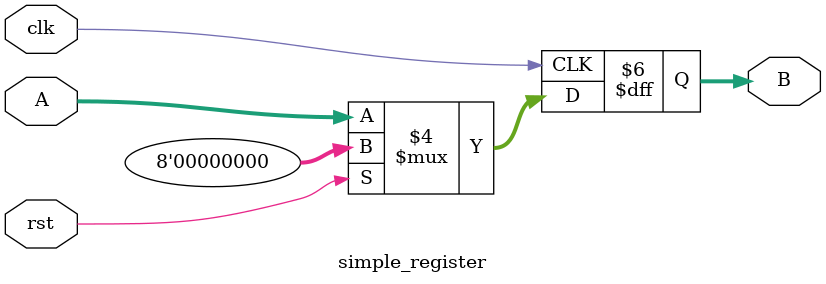
<source format=v>
module simple_register #(parameter W = 8) (A,B,clk,rst);
		input [W-1:0] A;
		input clk,rst;
		output reg [W-1:0] B;
		
		always@(posedge clk)
		begin
		// if reset = 1; output is 0
		// else, parallel load is loaded to the output
		if(rst == 1) begin
			B = 0;
		end
		else begin
			B = A;
		end		
		end
endmodule


</source>
